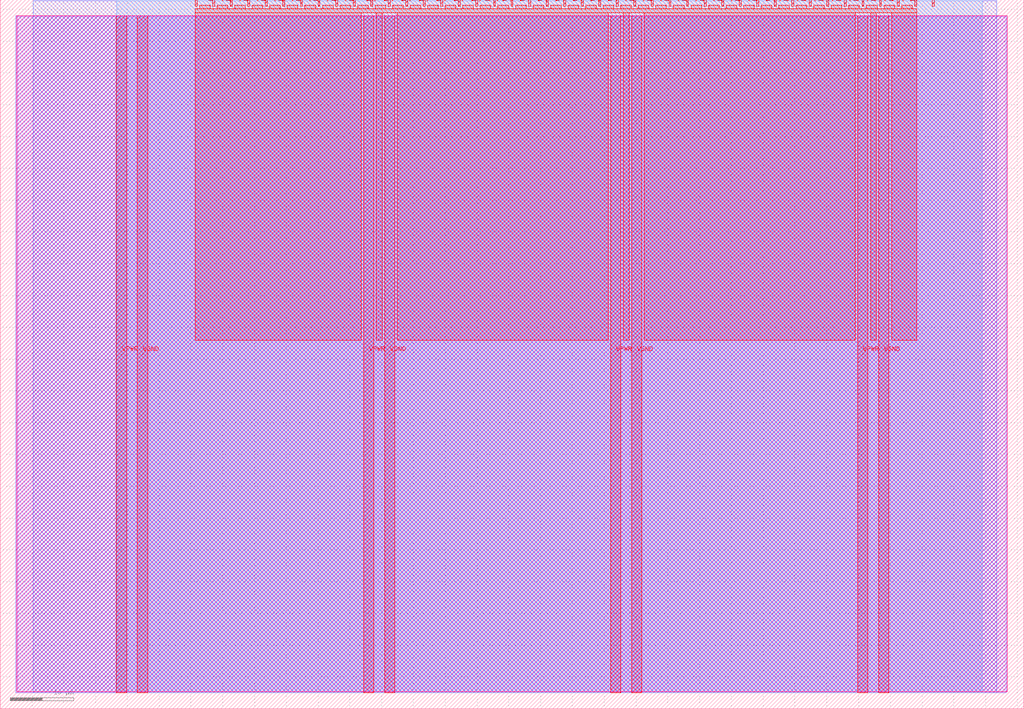
<source format=lef>
VERSION 5.7 ;
  NOWIREEXTENSIONATPIN ON ;
  DIVIDERCHAR "/" ;
  BUSBITCHARS "[]" ;
MACRO tt_um_wokwi_412635532198550529
  CLASS BLOCK ;
  FOREIGN tt_um_wokwi_412635532198550529 ;
  ORIGIN 0.000 0.000 ;
  SIZE 161.000 BY 111.520 ;
  PIN VGND
    DIRECTION INOUT ;
    USE GROUND ;
    PORT
      LAYER met4 ;
        RECT 21.580 2.480 23.180 109.040 ;
    END
    PORT
      LAYER met4 ;
        RECT 60.450 2.480 62.050 109.040 ;
    END
    PORT
      LAYER met4 ;
        RECT 99.320 2.480 100.920 109.040 ;
    END
    PORT
      LAYER met4 ;
        RECT 138.190 2.480 139.790 109.040 ;
    END
  END VGND
  PIN VPWR
    DIRECTION INOUT ;
    USE POWER ;
    PORT
      LAYER met4 ;
        RECT 18.280 2.480 19.880 109.040 ;
    END
    PORT
      LAYER met4 ;
        RECT 57.150 2.480 58.750 109.040 ;
    END
    PORT
      LAYER met4 ;
        RECT 96.020 2.480 97.620 109.040 ;
    END
    PORT
      LAYER met4 ;
        RECT 134.890 2.480 136.490 109.040 ;
    END
  END VPWR
  PIN clk
    DIRECTION INPUT ;
    USE SIGNAL ;
    ANTENNAGATEAREA 0.852000 ;
    PORT
      LAYER met4 ;
        RECT 143.830 110.520 144.130 111.520 ;
    END
  END clk
  PIN ena
    DIRECTION INPUT ;
    USE SIGNAL ;
    PORT
      LAYER met4 ;
        RECT 146.590 110.520 146.890 111.520 ;
    END
  END ena
  PIN rst_n
    DIRECTION INPUT ;
    USE SIGNAL ;
    ANTENNAGATEAREA 0.213000 ;
    PORT
      LAYER met4 ;
        RECT 141.070 110.520 141.370 111.520 ;
    END
  END rst_n
  PIN ui_in[0]
    DIRECTION INPUT ;
    USE SIGNAL ;
    ANTENNAGATEAREA 0.196500 ;
    PORT
      LAYER met4 ;
        RECT 138.310 110.520 138.610 111.520 ;
    END
  END ui_in[0]
  PIN ui_in[1]
    DIRECTION INPUT ;
    USE SIGNAL ;
    ANTENNAGATEAREA 0.196500 ;
    PORT
      LAYER met4 ;
        RECT 135.550 110.520 135.850 111.520 ;
    END
  END ui_in[1]
  PIN ui_in[2]
    DIRECTION INPUT ;
    USE SIGNAL ;
    ANTENNAGATEAREA 0.196500 ;
    PORT
      LAYER met4 ;
        RECT 132.790 110.520 133.090 111.520 ;
    END
  END ui_in[2]
  PIN ui_in[3]
    DIRECTION INPUT ;
    USE SIGNAL ;
    ANTENNAGATEAREA 0.196500 ;
    PORT
      LAYER met4 ;
        RECT 130.030 110.520 130.330 111.520 ;
    END
  END ui_in[3]
  PIN ui_in[4]
    DIRECTION INPUT ;
    USE SIGNAL ;
    ANTENNAGATEAREA 0.196500 ;
    PORT
      LAYER met4 ;
        RECT 127.270 110.520 127.570 111.520 ;
    END
  END ui_in[4]
  PIN ui_in[5]
    DIRECTION INPUT ;
    USE SIGNAL ;
    ANTENNAGATEAREA 0.196500 ;
    PORT
      LAYER met4 ;
        RECT 124.510 110.520 124.810 111.520 ;
    END
  END ui_in[5]
  PIN ui_in[6]
    DIRECTION INPUT ;
    USE SIGNAL ;
    ANTENNAGATEAREA 0.196500 ;
    PORT
      LAYER met4 ;
        RECT 121.750 110.520 122.050 111.520 ;
    END
  END ui_in[6]
  PIN ui_in[7]
    DIRECTION INPUT ;
    USE SIGNAL ;
    ANTENNAGATEAREA 0.196500 ;
    PORT
      LAYER met4 ;
        RECT 118.990 110.520 119.290 111.520 ;
    END
  END ui_in[7]
  PIN uio_in[0]
    DIRECTION INPUT ;
    USE SIGNAL ;
    ANTENNAGATEAREA 0.196500 ;
    PORT
      LAYER met4 ;
        RECT 116.230 110.520 116.530 111.520 ;
    END
  END uio_in[0]
  PIN uio_in[1]
    DIRECTION INPUT ;
    USE SIGNAL ;
    ANTENNAGATEAREA 0.196500 ;
    PORT
      LAYER met4 ;
        RECT 113.470 110.520 113.770 111.520 ;
    END
  END uio_in[1]
  PIN uio_in[2]
    DIRECTION INPUT ;
    USE SIGNAL ;
    ANTENNAGATEAREA 0.213000 ;
    PORT
      LAYER met4 ;
        RECT 110.710 110.520 111.010 111.520 ;
    END
  END uio_in[2]
  PIN uio_in[3]
    DIRECTION INPUT ;
    USE SIGNAL ;
    ANTENNAGATEAREA 0.196500 ;
    PORT
      LAYER met4 ;
        RECT 107.950 110.520 108.250 111.520 ;
    END
  END uio_in[3]
  PIN uio_in[4]
    DIRECTION INPUT ;
    USE SIGNAL ;
    ANTENNAGATEAREA 0.196500 ;
    PORT
      LAYER met4 ;
        RECT 105.190 110.520 105.490 111.520 ;
    END
  END uio_in[4]
  PIN uio_in[5]
    DIRECTION INPUT ;
    USE SIGNAL ;
    ANTENNAGATEAREA 0.213000 ;
    PORT
      LAYER met4 ;
        RECT 102.430 110.520 102.730 111.520 ;
    END
  END uio_in[5]
  PIN uio_in[6]
    DIRECTION INPUT ;
    USE SIGNAL ;
    PORT
      LAYER met4 ;
        RECT 99.670 110.520 99.970 111.520 ;
    END
  END uio_in[6]
  PIN uio_in[7]
    DIRECTION INPUT ;
    USE SIGNAL ;
    PORT
      LAYER met4 ;
        RECT 96.910 110.520 97.210 111.520 ;
    END
  END uio_in[7]
  PIN uio_oe[0]
    DIRECTION OUTPUT ;
    USE SIGNAL ;
    PORT
      LAYER met4 ;
        RECT 49.990 110.520 50.290 111.520 ;
    END
  END uio_oe[0]
  PIN uio_oe[1]
    DIRECTION OUTPUT ;
    USE SIGNAL ;
    PORT
      LAYER met4 ;
        RECT 47.230 110.520 47.530 111.520 ;
    END
  END uio_oe[1]
  PIN uio_oe[2]
    DIRECTION OUTPUT ;
    USE SIGNAL ;
    PORT
      LAYER met4 ;
        RECT 44.470 110.520 44.770 111.520 ;
    END
  END uio_oe[2]
  PIN uio_oe[3]
    DIRECTION OUTPUT ;
    USE SIGNAL ;
    PORT
      LAYER met4 ;
        RECT 41.710 110.520 42.010 111.520 ;
    END
  END uio_oe[3]
  PIN uio_oe[4]
    DIRECTION OUTPUT ;
    USE SIGNAL ;
    PORT
      LAYER met4 ;
        RECT 38.950 110.520 39.250 111.520 ;
    END
  END uio_oe[4]
  PIN uio_oe[5]
    DIRECTION OUTPUT ;
    USE SIGNAL ;
    PORT
      LAYER met4 ;
        RECT 36.190 110.520 36.490 111.520 ;
    END
  END uio_oe[5]
  PIN uio_oe[6]
    DIRECTION OUTPUT ;
    USE SIGNAL ;
    PORT
      LAYER met4 ;
        RECT 33.430 110.520 33.730 111.520 ;
    END
  END uio_oe[6]
  PIN uio_oe[7]
    DIRECTION OUTPUT ;
    USE SIGNAL ;
    PORT
      LAYER met4 ;
        RECT 30.670 110.520 30.970 111.520 ;
    END
  END uio_oe[7]
  PIN uio_out[0]
    DIRECTION OUTPUT ;
    USE SIGNAL ;
    PORT
      LAYER met4 ;
        RECT 72.070 110.520 72.370 111.520 ;
    END
  END uio_out[0]
  PIN uio_out[1]
    DIRECTION OUTPUT ;
    USE SIGNAL ;
    PORT
      LAYER met4 ;
        RECT 69.310 110.520 69.610 111.520 ;
    END
  END uio_out[1]
  PIN uio_out[2]
    DIRECTION OUTPUT ;
    USE SIGNAL ;
    PORT
      LAYER met4 ;
        RECT 66.550 110.520 66.850 111.520 ;
    END
  END uio_out[2]
  PIN uio_out[3]
    DIRECTION OUTPUT ;
    USE SIGNAL ;
    PORT
      LAYER met4 ;
        RECT 63.790 110.520 64.090 111.520 ;
    END
  END uio_out[3]
  PIN uio_out[4]
    DIRECTION OUTPUT ;
    USE SIGNAL ;
    PORT
      LAYER met4 ;
        RECT 61.030 110.520 61.330 111.520 ;
    END
  END uio_out[4]
  PIN uio_out[5]
    DIRECTION OUTPUT ;
    USE SIGNAL ;
    PORT
      LAYER met4 ;
        RECT 58.270 110.520 58.570 111.520 ;
    END
  END uio_out[5]
  PIN uio_out[6]
    DIRECTION OUTPUT ;
    USE SIGNAL ;
    ANTENNADIFFAREA 0.795200 ;
    PORT
      LAYER met4 ;
        RECT 55.510 110.520 55.810 111.520 ;
    END
  END uio_out[6]
  PIN uio_out[7]
    DIRECTION OUTPUT ;
    USE SIGNAL ;
    ANTENNADIFFAREA 0.795200 ;
    PORT
      LAYER met4 ;
        RECT 52.750 110.520 53.050 111.520 ;
    END
  END uio_out[7]
  PIN uo_out[0]
    DIRECTION OUTPUT ;
    USE SIGNAL ;
    ANTENNADIFFAREA 0.445500 ;
    PORT
      LAYER met4 ;
        RECT 94.150 110.520 94.450 111.520 ;
    END
  END uo_out[0]
  PIN uo_out[1]
    DIRECTION OUTPUT ;
    USE SIGNAL ;
    ANTENNADIFFAREA 0.445500 ;
    PORT
      LAYER met4 ;
        RECT 91.390 110.520 91.690 111.520 ;
    END
  END uo_out[1]
  PIN uo_out[2]
    DIRECTION OUTPUT ;
    USE SIGNAL ;
    ANTENNADIFFAREA 0.445500 ;
    PORT
      LAYER met4 ;
        RECT 88.630 110.520 88.930 111.520 ;
    END
  END uo_out[2]
  PIN uo_out[3]
    DIRECTION OUTPUT ;
    USE SIGNAL ;
    ANTENNADIFFAREA 0.445500 ;
    PORT
      LAYER met4 ;
        RECT 85.870 110.520 86.170 111.520 ;
    END
  END uo_out[3]
  PIN uo_out[4]
    DIRECTION OUTPUT ;
    USE SIGNAL ;
    ANTENNADIFFAREA 0.445500 ;
    PORT
      LAYER met4 ;
        RECT 83.110 110.520 83.410 111.520 ;
    END
  END uo_out[4]
  PIN uo_out[5]
    DIRECTION OUTPUT ;
    USE SIGNAL ;
    ANTENNADIFFAREA 0.445500 ;
    PORT
      LAYER met4 ;
        RECT 80.350 110.520 80.650 111.520 ;
    END
  END uo_out[5]
  PIN uo_out[6]
    DIRECTION OUTPUT ;
    USE SIGNAL ;
    ANTENNADIFFAREA 0.445500 ;
    PORT
      LAYER met4 ;
        RECT 77.590 110.520 77.890 111.520 ;
    END
  END uo_out[6]
  PIN uo_out[7]
    DIRECTION OUTPUT ;
    USE SIGNAL ;
    ANTENNADIFFAREA 0.445500 ;
    PORT
      LAYER met4 ;
        RECT 74.830 110.520 75.130 111.520 ;
    END
  END uo_out[7]
  OBS
      LAYER nwell ;
        RECT 2.570 2.635 158.430 108.990 ;
      LAYER li1 ;
        RECT 2.760 2.635 158.240 108.885 ;
      LAYER met1 ;
        RECT 2.460 2.480 158.240 109.040 ;
      LAYER met2 ;
        RECT 5.160 2.535 156.760 111.365 ;
      LAYER met3 ;
        RECT 18.290 2.555 154.495 111.345 ;
      LAYER met4 ;
        RECT 31.370 110.120 33.030 110.665 ;
        RECT 34.130 110.120 35.790 110.665 ;
        RECT 36.890 110.120 38.550 110.665 ;
        RECT 39.650 110.120 41.310 110.665 ;
        RECT 42.410 110.120 44.070 110.665 ;
        RECT 45.170 110.120 46.830 110.665 ;
        RECT 47.930 110.120 49.590 110.665 ;
        RECT 50.690 110.120 52.350 110.665 ;
        RECT 53.450 110.120 55.110 110.665 ;
        RECT 56.210 110.120 57.870 110.665 ;
        RECT 58.970 110.120 60.630 110.665 ;
        RECT 61.730 110.120 63.390 110.665 ;
        RECT 64.490 110.120 66.150 110.665 ;
        RECT 67.250 110.120 68.910 110.665 ;
        RECT 70.010 110.120 71.670 110.665 ;
        RECT 72.770 110.120 74.430 110.665 ;
        RECT 75.530 110.120 77.190 110.665 ;
        RECT 78.290 110.120 79.950 110.665 ;
        RECT 81.050 110.120 82.710 110.665 ;
        RECT 83.810 110.120 85.470 110.665 ;
        RECT 86.570 110.120 88.230 110.665 ;
        RECT 89.330 110.120 90.990 110.665 ;
        RECT 92.090 110.120 93.750 110.665 ;
        RECT 94.850 110.120 96.510 110.665 ;
        RECT 97.610 110.120 99.270 110.665 ;
        RECT 100.370 110.120 102.030 110.665 ;
        RECT 103.130 110.120 104.790 110.665 ;
        RECT 105.890 110.120 107.550 110.665 ;
        RECT 108.650 110.120 110.310 110.665 ;
        RECT 111.410 110.120 113.070 110.665 ;
        RECT 114.170 110.120 115.830 110.665 ;
        RECT 116.930 110.120 118.590 110.665 ;
        RECT 119.690 110.120 121.350 110.665 ;
        RECT 122.450 110.120 124.110 110.665 ;
        RECT 125.210 110.120 126.870 110.665 ;
        RECT 127.970 110.120 129.630 110.665 ;
        RECT 130.730 110.120 132.390 110.665 ;
        RECT 133.490 110.120 135.150 110.665 ;
        RECT 136.250 110.120 137.910 110.665 ;
        RECT 139.010 110.120 140.670 110.665 ;
        RECT 141.770 110.120 143.430 110.665 ;
        RECT 30.655 109.440 144.145 110.120 ;
        RECT 30.655 57.975 56.750 109.440 ;
        RECT 59.150 57.975 60.050 109.440 ;
        RECT 62.450 57.975 95.620 109.440 ;
        RECT 98.020 57.975 98.920 109.440 ;
        RECT 101.320 57.975 134.490 109.440 ;
        RECT 136.890 57.975 137.790 109.440 ;
        RECT 140.190 57.975 144.145 109.440 ;
  END
END tt_um_wokwi_412635532198550529
END LIBRARY


</source>
